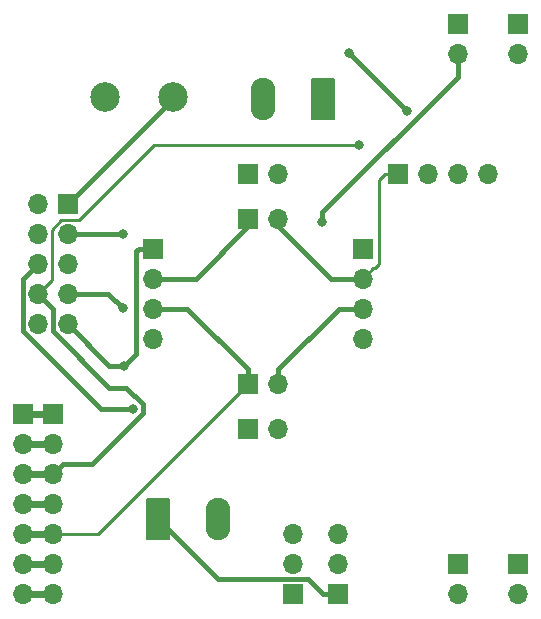
<source format=gbr>
G04 #@! TF.GenerationSoftware,KiCad,Pcbnew,(5.1.4)-1*
G04 #@! TF.CreationDate,2021-05-25T15:00:13+02:00*
G04 #@! TF.ProjectId,BCU_Breadboard_Adapter,4243555f-4272-4656-9164-626f6172645f,V00.01*
G04 #@! TF.SameCoordinates,Original*
G04 #@! TF.FileFunction,Copper,L2,Bot*
G04 #@! TF.FilePolarity,Positive*
%FSLAX46Y46*%
G04 Gerber Fmt 4.6, Leading zero omitted, Abs format (unit mm)*
G04 Created by KiCad (PCBNEW (5.1.4)-1) date 2021-05-25 15:00:13*
%MOMM*%
%LPD*%
G04 APERTURE LIST*
%ADD10C,2.500000*%
%ADD11O,1.700000X1.700000*%
%ADD12R,1.700000X1.700000*%
%ADD13O,2.080000X3.600000*%
%ADD14C,0.100000*%
%ADD15C,2.080000*%
%ADD16C,0.800000*%
%ADD17C,0.400000*%
%ADD18C,0.600000*%
%ADD19C,0.250000*%
G04 APERTURE END LIST*
D10*
X133314440Y-87482680D03*
X127564440Y-87482680D03*
D11*
X131693920Y-107891580D03*
X131693920Y-105351580D03*
X131693920Y-102811580D03*
D12*
X131693920Y-100271580D03*
D11*
X149473920Y-107891580D03*
X149473920Y-105351580D03*
X149473920Y-102811580D03*
D12*
X149473920Y-100271580D03*
D11*
X162560000Y-83820000D03*
D12*
X162560000Y-81280000D03*
D11*
X162560000Y-129540000D03*
D12*
X162560000Y-127000000D03*
D11*
X120650000Y-129540000D03*
X120650000Y-127000000D03*
X120650000Y-124460000D03*
X120650000Y-121920000D03*
X120650000Y-119380000D03*
X120650000Y-116840000D03*
D12*
X120650000Y-114300000D03*
D11*
X121920000Y-96520000D03*
X121920000Y-99060000D03*
X121920000Y-101600000D03*
X121920000Y-104140000D03*
X121920000Y-106680000D03*
X124460000Y-106680000D03*
X124460000Y-104140000D03*
X124460000Y-101600000D03*
X124460000Y-99060000D03*
D12*
X124460000Y-96520000D03*
D11*
X143510000Y-124460000D03*
X143510000Y-127000000D03*
D12*
X143510000Y-129540000D03*
D11*
X147320000Y-124460000D03*
X147320000Y-127000000D03*
D12*
X147320000Y-129540000D03*
D11*
X142240000Y-115570000D03*
D12*
X139700000Y-115570000D03*
D11*
X142240000Y-111760000D03*
D12*
X139700000Y-111760000D03*
D11*
X142240000Y-97790000D03*
D12*
X139700000Y-97790000D03*
D11*
X142240000Y-93980000D03*
D12*
X139700000Y-93980000D03*
D11*
X160020000Y-93980000D03*
X157480000Y-93980000D03*
X154940000Y-93980000D03*
D12*
X152400000Y-93980000D03*
D11*
X157480000Y-83820000D03*
D12*
X157480000Y-81280000D03*
D11*
X157480000Y-129540000D03*
D12*
X157480000Y-127000000D03*
D13*
X137160000Y-123190000D03*
D14*
G36*
X132894505Y-121391204D02*
G01*
X132918773Y-121394804D01*
X132942572Y-121400765D01*
X132965671Y-121409030D01*
X132987850Y-121419520D01*
X133008893Y-121432132D01*
X133028599Y-121446747D01*
X133046777Y-121463223D01*
X133063253Y-121481401D01*
X133077868Y-121501107D01*
X133090480Y-121522150D01*
X133100970Y-121544329D01*
X133109235Y-121567428D01*
X133115196Y-121591227D01*
X133118796Y-121615495D01*
X133120000Y-121639999D01*
X133120000Y-124740001D01*
X133118796Y-124764505D01*
X133115196Y-124788773D01*
X133109235Y-124812572D01*
X133100970Y-124835671D01*
X133090480Y-124857850D01*
X133077868Y-124878893D01*
X133063253Y-124898599D01*
X133046777Y-124916777D01*
X133028599Y-124933253D01*
X133008893Y-124947868D01*
X132987850Y-124960480D01*
X132965671Y-124970970D01*
X132942572Y-124979235D01*
X132918773Y-124985196D01*
X132894505Y-124988796D01*
X132870001Y-124990000D01*
X131289999Y-124990000D01*
X131265495Y-124988796D01*
X131241227Y-124985196D01*
X131217428Y-124979235D01*
X131194329Y-124970970D01*
X131172150Y-124960480D01*
X131151107Y-124947868D01*
X131131401Y-124933253D01*
X131113223Y-124916777D01*
X131096747Y-124898599D01*
X131082132Y-124878893D01*
X131069520Y-124857850D01*
X131059030Y-124835671D01*
X131050765Y-124812572D01*
X131044804Y-124788773D01*
X131041204Y-124764505D01*
X131040000Y-124740001D01*
X131040000Y-121639999D01*
X131041204Y-121615495D01*
X131044804Y-121591227D01*
X131050765Y-121567428D01*
X131059030Y-121544329D01*
X131069520Y-121522150D01*
X131082132Y-121501107D01*
X131096747Y-121481401D01*
X131113223Y-121463223D01*
X131131401Y-121446747D01*
X131151107Y-121432132D01*
X131172150Y-121419520D01*
X131194329Y-121409030D01*
X131217428Y-121400765D01*
X131241227Y-121394804D01*
X131265495Y-121391204D01*
X131289999Y-121390000D01*
X132870001Y-121390000D01*
X132894505Y-121391204D01*
X132894505Y-121391204D01*
G37*
D15*
X132080000Y-123190000D03*
D13*
X140970000Y-87630000D03*
D14*
G36*
X146864505Y-85831204D02*
G01*
X146888773Y-85834804D01*
X146912572Y-85840765D01*
X146935671Y-85849030D01*
X146957850Y-85859520D01*
X146978893Y-85872132D01*
X146998599Y-85886747D01*
X147016777Y-85903223D01*
X147033253Y-85921401D01*
X147047868Y-85941107D01*
X147060480Y-85962150D01*
X147070970Y-85984329D01*
X147079235Y-86007428D01*
X147085196Y-86031227D01*
X147088796Y-86055495D01*
X147090000Y-86079999D01*
X147090000Y-89180001D01*
X147088796Y-89204505D01*
X147085196Y-89228773D01*
X147079235Y-89252572D01*
X147070970Y-89275671D01*
X147060480Y-89297850D01*
X147047868Y-89318893D01*
X147033253Y-89338599D01*
X147016777Y-89356777D01*
X146998599Y-89373253D01*
X146978893Y-89387868D01*
X146957850Y-89400480D01*
X146935671Y-89410970D01*
X146912572Y-89419235D01*
X146888773Y-89425196D01*
X146864505Y-89428796D01*
X146840001Y-89430000D01*
X145259999Y-89430000D01*
X145235495Y-89428796D01*
X145211227Y-89425196D01*
X145187428Y-89419235D01*
X145164329Y-89410970D01*
X145142150Y-89400480D01*
X145121107Y-89387868D01*
X145101401Y-89373253D01*
X145083223Y-89356777D01*
X145066747Y-89338599D01*
X145052132Y-89318893D01*
X145039520Y-89297850D01*
X145029030Y-89275671D01*
X145020765Y-89252572D01*
X145014804Y-89228773D01*
X145011204Y-89204505D01*
X145010000Y-89180001D01*
X145010000Y-86079999D01*
X145011204Y-86055495D01*
X145014804Y-86031227D01*
X145020765Y-86007428D01*
X145029030Y-85984329D01*
X145039520Y-85962150D01*
X145052132Y-85941107D01*
X145066747Y-85921401D01*
X145083223Y-85903223D01*
X145101401Y-85886747D01*
X145121107Y-85872132D01*
X145142150Y-85859520D01*
X145164329Y-85849030D01*
X145187428Y-85840765D01*
X145211227Y-85834804D01*
X145235495Y-85831204D01*
X145259999Y-85830000D01*
X146840001Y-85830000D01*
X146864505Y-85831204D01*
X146864505Y-85831204D01*
G37*
D15*
X146050000Y-87630000D03*
D11*
X123190000Y-129540000D03*
X123190000Y-127000000D03*
X123190000Y-124460000D03*
X123190000Y-121920000D03*
X123190000Y-119380000D03*
X123190000Y-116840000D03*
D12*
X123190000Y-114300000D03*
D16*
X129189999Y-110185719D03*
X146009360Y-98054160D03*
X129990000Y-113850000D03*
X129098040Y-105349040D03*
X129092960Y-99060000D03*
X149087840Y-91516200D03*
X148260000Y-83740000D03*
X153170000Y-88650000D03*
X153170000Y-88650000D03*
D17*
X131850001Y-89129999D02*
X124460000Y-96520000D01*
X133350000Y-87630000D02*
X131850001Y-89129999D01*
D18*
X120650000Y-116840000D02*
X123190000Y-116840000D01*
D17*
X131693920Y-100271580D02*
X130443920Y-100271580D01*
X130443920Y-100271580D02*
X130205480Y-100510020D01*
X130205480Y-109170238D02*
X129189999Y-110185719D01*
X130205480Y-100510020D02*
X130205480Y-109170238D01*
X127965719Y-110185719D02*
X124460000Y-106680000D01*
X129189999Y-110185719D02*
X127965719Y-110185719D01*
D18*
X120650000Y-127000000D02*
X123190000Y-127000000D01*
D17*
X157480000Y-85725000D02*
X157480000Y-83820000D01*
X157480000Y-85725000D02*
X146009360Y-97195640D01*
X146009360Y-97195640D02*
X146009360Y-98054160D01*
X120669999Y-107280001D02*
X127239998Y-113850000D01*
X121920000Y-101600000D02*
X120669999Y-102850001D01*
X120669999Y-102850001D02*
X120669999Y-107280001D01*
X127239998Y-113850000D02*
X129990000Y-113850000D01*
D18*
X123190000Y-129540000D02*
X120650000Y-129540000D01*
D17*
X139700000Y-110510000D02*
X139700000Y-111760000D01*
X134541580Y-105351580D02*
X139700000Y-110510000D01*
X131693920Y-105351580D02*
X134541580Y-105351580D01*
D19*
X127000000Y-124460000D02*
X139700000Y-111760000D01*
X123190000Y-124460000D02*
X127000000Y-124460000D01*
D17*
X127889000Y-104140000D02*
X124460000Y-104140000D01*
X129098040Y-105349040D02*
X127889000Y-104140000D01*
D18*
X123190000Y-124460000D02*
X120650000Y-124460000D01*
D17*
X139700000Y-98405000D02*
X139700000Y-97155000D01*
X135293420Y-102811580D02*
X139700000Y-98405000D01*
X131693920Y-102811580D02*
X135293420Y-102811580D01*
X124460000Y-99060000D02*
X125662081Y-99060000D01*
X125662081Y-99060000D02*
X129092960Y-99060000D01*
X129092960Y-99060000D02*
X129092960Y-99060000D01*
D18*
X120650000Y-121920000D02*
X123190000Y-121920000D01*
D17*
X123209999Y-107280001D02*
X127979999Y-112050001D01*
X121920000Y-104140000D02*
X123209999Y-105429999D01*
X123209999Y-105429999D02*
X123209999Y-107280001D01*
X127979999Y-112050001D02*
X128009998Y-112080000D01*
X129374003Y-112050001D02*
X127979999Y-112050001D01*
X130790001Y-113465999D02*
X129374003Y-112050001D01*
X130790001Y-114234001D02*
X130790001Y-113465999D01*
X126494001Y-118530001D02*
X130790001Y-114234001D01*
X124039999Y-118530001D02*
X126494001Y-118530001D01*
X123190000Y-119380000D02*
X124039999Y-118530001D01*
D19*
X122769999Y-103290001D02*
X121920000Y-104140000D01*
X123095001Y-102964999D02*
X122769999Y-103290001D01*
X123095001Y-98685997D02*
X123095001Y-102964999D01*
X149087840Y-91516200D02*
X148522155Y-91516200D01*
X148522155Y-91516200D02*
X148517075Y-91511120D01*
X148517075Y-91511120D02*
X131744720Y-91511120D01*
X131744720Y-91511120D02*
X125370841Y-97884999D01*
X125370841Y-97884999D02*
X123895999Y-97884999D01*
X123895999Y-97884999D02*
X123095001Y-98685997D01*
D18*
X123190000Y-119380000D02*
X120650000Y-119380000D01*
X123190000Y-114300000D02*
X120650000Y-114300000D01*
D17*
X148260000Y-83740000D02*
X153170000Y-88650000D01*
X153170000Y-88650000D02*
X153170000Y-88650000D01*
X153170000Y-88650000D02*
X153170000Y-88650000D01*
X133190710Y-124300710D02*
X132080000Y-123190000D01*
X137140001Y-128250001D02*
X133190710Y-124300710D01*
X144780001Y-128250001D02*
X137140001Y-128250001D01*
X146070000Y-129540000D02*
X144780001Y-128250001D01*
X147320000Y-129540000D02*
X146070000Y-129540000D01*
X147378420Y-105351580D02*
X149473920Y-105351580D01*
X142240000Y-111760000D02*
X142240000Y-110490000D01*
X142240000Y-110490000D02*
X147378420Y-105351580D01*
X148271839Y-102811580D02*
X149473920Y-102811580D01*
X146694499Y-102811580D02*
X148271839Y-102811580D01*
X142240000Y-98357081D02*
X146694499Y-102811580D01*
X142240000Y-97155000D02*
X142240000Y-98357081D01*
D19*
X151300000Y-93980000D02*
X152400000Y-93980000D01*
X150779990Y-94500010D02*
X151300000Y-93980000D01*
X150779990Y-101624890D02*
X150779990Y-94500010D01*
X150443299Y-101961581D02*
X150779990Y-101624890D01*
X150323919Y-101961581D02*
X150443299Y-101961581D01*
X149473920Y-102811580D02*
X150323919Y-101961581D01*
M02*

</source>
